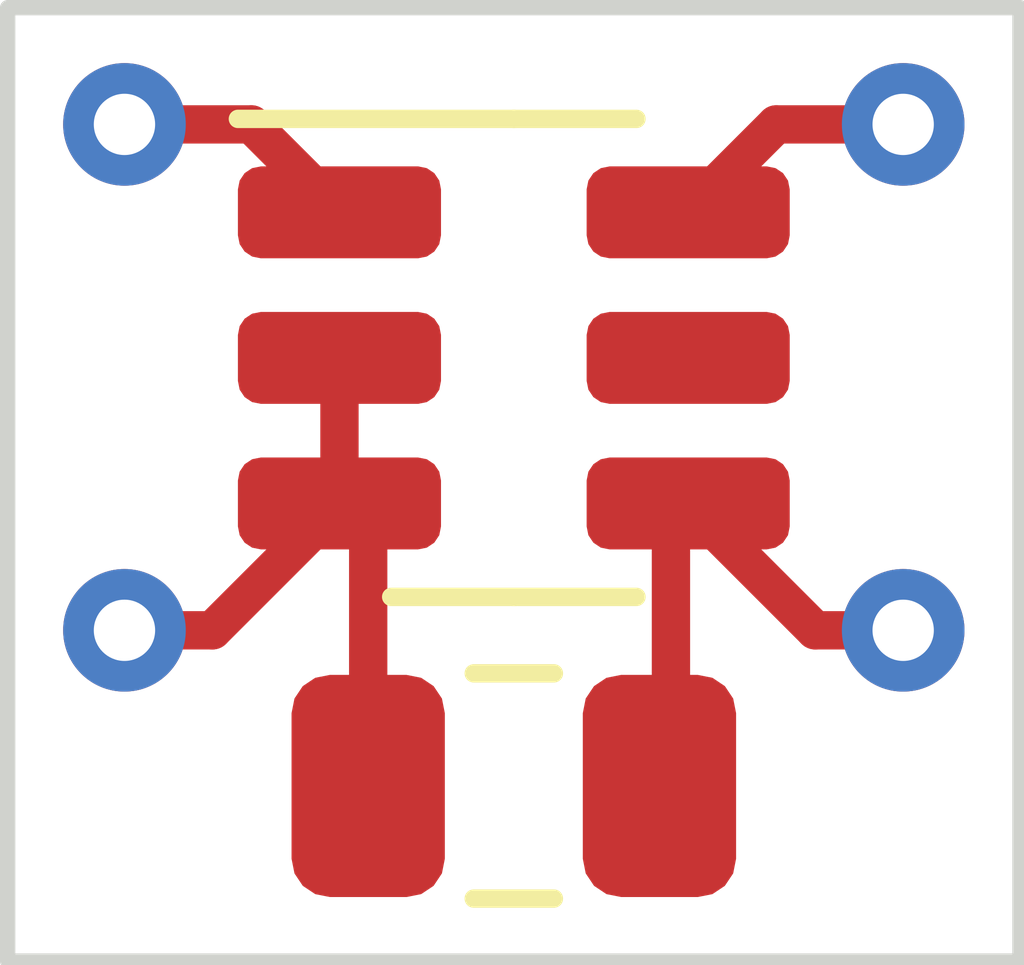
<source format=kicad_pcb>
(kicad_pcb (version 20211014) (generator pcbnew)
  (layers (0 "F.Cu" signal) (31 "B.Cu" signal) (34 "B.Paste" user) (35 "F.Paste" user) (36 "B.SilkS" user "B.Silkscreen") (37 "F.SilkS" user "F.Silkscreen") (38 "B.Mask" user) (39 "F.Mask" user) (44 "Edge.Cuts" user))
  (net 0 "")
  (net 1 "unconnected-(U1-Pad1)")
  (net 2 "GND")
  (net 3 "+3.3V")
  (net 5 "unconnected-(U1-Pad6)")
  (footprint "Package_TO_SOT_SMD:SOT-23-6" (layer "F.Cu") (at 145.161 99.695)
    (fp_text reference "U1" hide)
    (fp_text value "TMAG5273" hide)
    (fp_line (start 0 -1.56) (end 0.8 -1.56) (layer "F.SilkS") (width 0.12))
    (fp_line (start 0 1.56) (end 0.8 1.56) (layer "F.SilkS") (width 0.12))
    (fp_line (start 0 1.56) (end -0.8 1.56) (layer "F.SilkS") (width 0.12))
    (fp_line (start 0 -1.56) (end -1.8 -1.56) (layer "F.SilkS") (width 0.12))
    (pad "1" thru_hole circle (at -2.54 -1.524) (size 0.8 0.8) (drill 0.4) (layers *.Cu *.Mask) (net 1 "unconnected-(U1-Pad1)"))
    (pad "1" smd roundrect (at -1.1375 -0.95) (size 1.325 0.6) (layers "F.Cu" "F.Paste" "F.Mask") (net 1 "unconnected-(U1-Pad1)"))
    (pad "2" smd roundrect (at -1.1375 0) (size 1.325 0.6) (layers "F.Cu" "F.Paste" "F.Mask") (net 2 "GND"))
    (pad "3" thru_hole circle (at -2.54 1.778) (size 0.8 0.8) (drill 0.4) (layers *.Cu *.Mask) (net 2 "GND"))
    (pad "3" smd roundrect (at -1.1375 0.95) (size 1.325 0.6) (layers "F.Cu" "F.Paste" "F.Mask") (net 2 "GND"))
    (pad "4" thru_hole circle (at 2.54 1.778) (size 0.8 0.8) (drill 0.4) (layers *.Cu *.Mask) (net 3 "+3.3V"))
    (pad "4" smd roundrect (at 1.1375 0.95) (size 1.325 0.6) (layers "F.Cu" "F.Paste" "F.Mask") (net 3 "+3.3V"))
    (pad "5" smd roundrect (at 1.1375 0) (size 1.325 0.6) (layers "F.Cu" "F.Paste" "F.Mask"))
    (pad "6" smd roundrect (at 1.1375 -0.95) (size 1.325 0.6) (layers "F.Cu" "F.Paste" "F.Mask") (net 5 "unconnected-(U1-Pad6)"))
    (pad "6" thru_hole circle (at 2.54 -1.524) (size 0.8 0.8) (drill 0.4) (layers *.Cu *.Mask) (net 5 "unconnected-(U1-Pad6)"))
  )
  (footprint "Capacitor_SMD:C_0805_2012Metric" (layer "F.Cu") (at 145.161 102.489 180)
    (fp_text reference "C1" hide)
    (fp_text value "C_Small" hide)
    (fp_line (start -0.261252 0.735) (end 0.261252 0.735) (layer "F.SilkS") (width 0.12))
    (fp_line (start -0.261252 -0.735) (end 0.261252 -0.735) (layer "F.SilkS") (width 0.12))
    (pad "1" smd roundrect (at -0.95 0 180) (size 1 1.45) (layers "F.Cu" "F.Paste" "F.Mask") (net 3 "+3.3V"))
    (pad "2" smd roundrect (at 0.95 0 180) (size 1 1.45) (layers "F.Cu" "F.Paste" "F.Mask") (net 2 "GND"))
  )
  (gr_rect (start 141.859 97.409) (end 148.463 103.632) (layer "Edge.Cuts") (width 0.1) (fill none))
  (segment (start 143.4495 98.171) (end 144.0235 98.745) (width 0.25) (layer "F.Cu") (net 1))
  (segment (start 142.621 98.171) (end 143.4495 98.171) (width 0.25) (layer "F.Cu") (net 1))
  (segment (start 144.0235 99.695) (end 144.0235 100.645) (width 0.25) (layer "F.Cu") (net 2))
  (segment (start 143.1955 101.473) (end 144.0235 100.645) (width 0.25) (layer "F.Cu") (net 2))
  (segment (start 144.211 102.489) (end 144.211 100.8325) (width 0.25) (layer "F.Cu") (net 2))
  (segment (start 144.211 100.8325) (end 144.0235 100.645) (width 0.25) (layer "F.Cu") (net 2))
  (segment (start 142.621 101.473) (end 143.1955 101.473) (width 0.25) (layer "F.Cu") (net 2))
  (segment (start 147.1265 101.473) (end 146.2985 100.645) (width 0.25) (layer "F.Cu") (net 3))
  (segment (start 146.111 102.489) (end 146.185959 102.414041) (width 0.25) (layer "F.Cu") (net 3))
  (segment (start 147.701 101.473) (end 147.1265 101.473) (width 0.25) (layer "F.Cu") (net 3))
  (segment (start 146.185959 102.414041) (end 146.185959 100.642956) (width 0.25) (layer "F.Cu") (net 3))
  (segment (start 146.8725 98.171) (end 146.2985 98.745) (width 0.25) (layer "F.Cu") (net 5))
  (segment (start 147.701 98.171) (end 146.8725 98.171) (width 0.25) (layer "F.Cu") (net 5))
)
</source>
